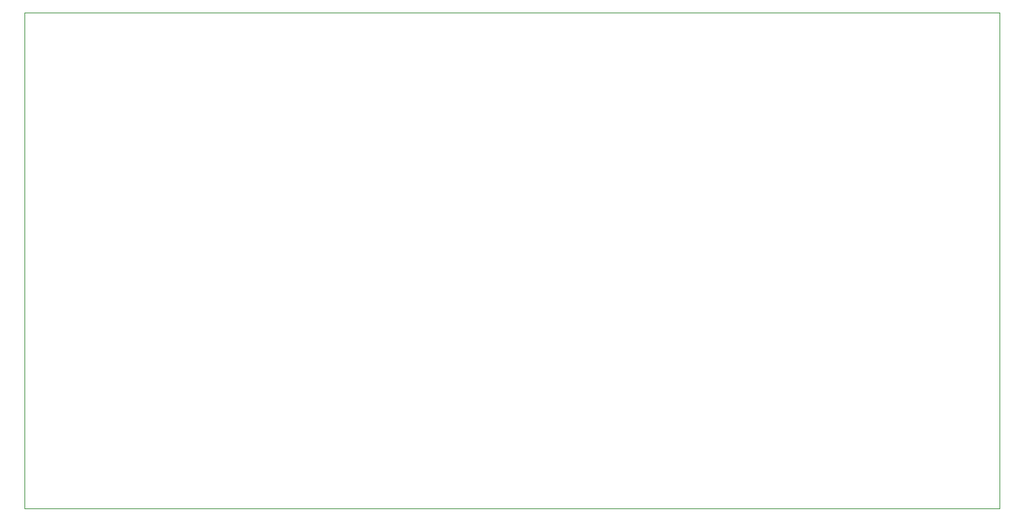
<source format=gbr>
G04 #@! TF.GenerationSoftware,KiCad,Pcbnew,5.1.2-f72e74a~80~ubuntu16.04.1*
G04 #@! TF.CreationDate,2019-04-27T11:28:23+02:00*
G04 #@! TF.ProjectId,bombasaPlaca,626f6d62-6173-4615-906c-6163612e6b69,rev?*
G04 #@! TF.SameCoordinates,Original*
G04 #@! TF.FileFunction,Profile,NP*
%FSLAX46Y46*%
G04 Gerber Fmt 4.6, Leading zero omitted, Abs format (unit mm)*
G04 Created by KiCad (PCBNEW 5.1.2-f72e74a~80~ubuntu16.04.1) date 2019-04-27 11:28:23*
%MOMM*%
%LPD*%
G04 APERTURE LIST*
%ADD10C,0.050000*%
G04 APERTURE END LIST*
D10*
X160500000Y-64000000D02*
X160500000Y-63000000D01*
X160500000Y-123000000D02*
X160500000Y-64000000D01*
X278500000Y-123000000D02*
X160500000Y-123000000D01*
X278500000Y-63000000D02*
X278500000Y-123000000D01*
X160500000Y-63000000D02*
X278500000Y-63000000D01*
M02*

</source>
